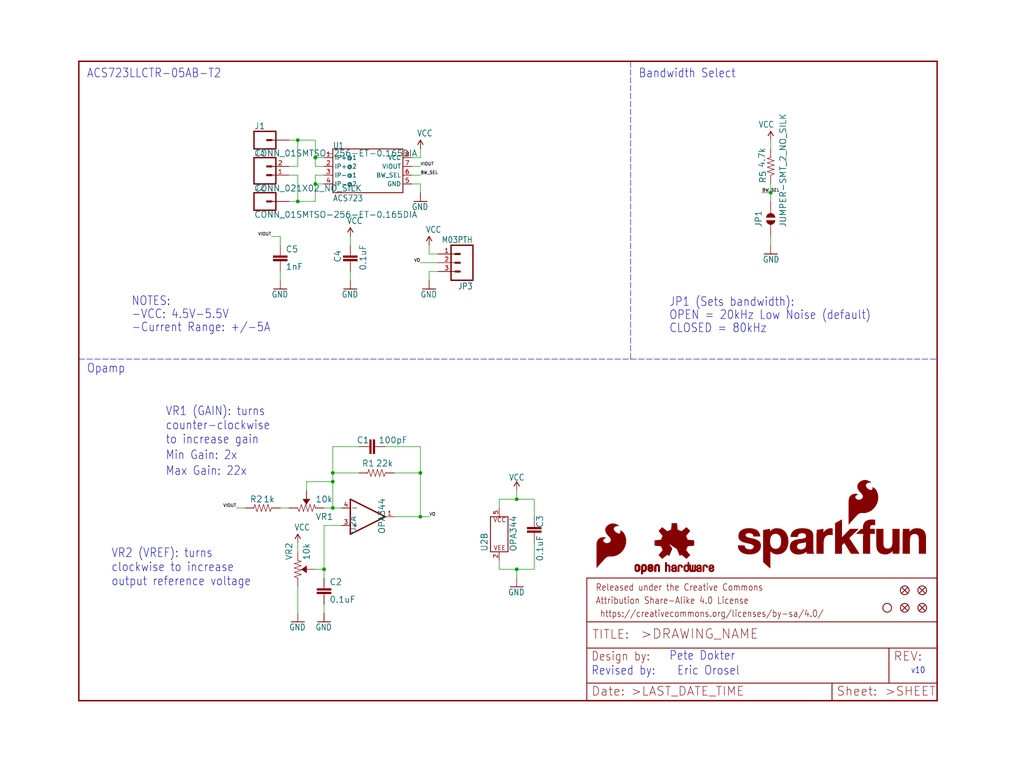
<source format=kicad_sch>
(kicad_sch (version 20211123) (generator eeschema)
  (paper "User" 297.002 223.926)
  (lib_symbols
    (symbol "eagleSchem-eagle-import:0.1UF-0603-25V-(+80{slash}-20%)"
      (property "Reference" "C" (at 1.524 2.921 0))
      (property "Value" "0.1UF-0603-25V-(+80{slash}-20%)" (at 1.524 -2.159 0))
      (symbol "0.1UF-0603-25V-(+80{slash}-20%)_1_0"
        (pin passive line (at 0 5.08 270) (length 2.54) (name "1") (number "1"))
        (pin passive line (at 0 -2.54 90) (length 2.54) (name "2") (number "2"))
      )
    )
    (symbol "eagleSchem-eagle-import:1.0NF{slash}1000PF-0603-50V-10%"
      (property "Reference" "C" (at 1.524 2.921 0))
      (property "Value" "1.0NF{slash}1000PF-0603-50V-10%" (at 1.524 -2.159 0))
      (symbol "1.0NF{slash}1000PF-0603-50V-10%_1_0"
        (pin passive line (at 0 5.08 270) (length 2.54) (name "1") (number "1"))
        (pin passive line (at 0 -2.54 90) (length 2.54) (name "2") (number "2"))
      )
    )
    (symbol "eagleSchem-eagle-import:100PF-0603-50V-5%"
      (property "Reference" "C" (at 1.524 2.921 0))
      (property "Value" "100PF-0603-50V-5%" (at 1.524 -2.159 0))
      (symbol "100PF-0603-50V-5%_1_0"
        (pin passive line (at 0 5.08 270) (length 2.54) (name "1") (number "1"))
        (pin passive line (at 0 -2.54 90) (length 2.54) (name "2") (number "2"))
      )
    )
    (symbol "eagleSchem-eagle-import:1KOHM-0603-1{slash}10W-1%"
      (property "Reference" "R" (at 0 1.524 0))
      (property "Value" "1KOHM-0603-1{slash}10W-1%" (at 0 -1.524 0))
      (symbol "1KOHM-0603-1{slash}10W-1%_1_0"
        (pin passive line (at -5.08 0 0) (length 2.54) (name "1") (number "1"))
        (pin passive line (at 5.08 0 180) (length 2.54) (name "2") (number "2"))
      )
    )
    (symbol "eagleSchem-eagle-import:22KOHM-0603-1{slash}10W-1%"
      (property "Reference" "R" (at 0 1.524 0))
      (property "Value" "22KOHM-0603-1{slash}10W-1%" (at 0 -1.524 0))
      (symbol "22KOHM-0603-1{slash}10W-1%_1_0"
        (pin passive line (at -5.08 0 0) (length 2.54) (name "1") (number "1"))
        (pin passive line (at 5.08 0 180) (length 2.54) (name "2") (number "2"))
      )
    )
    (symbol "eagleSchem-eagle-import:4.7KOHM-0603-1{slash}10W-1%"
      (property "Reference" "R" (at 0 1.524 0))
      (property "Value" "4.7KOHM-0603-1{slash}10W-1%" (at 0 -1.524 0))
      (symbol "4.7KOHM-0603-1{slash}10W-1%_1_0"
        (pin passive line (at -5.08 0 0) (length 2.54) (name "1") (number "1"))
        (pin passive line (at 5.08 0 180) (length 2.54) (name "2") (number "2"))
      )
    )
    (symbol "eagleSchem-eagle-import:ACS723"
      (property "Value" "ACS723" (at -10.16 -7.62 0))
      (symbol "ACS723_1_0"
        (pin input line (at -12.7 5.08 0) (length 2.54) (name "IP+@1") (number "1"))
        (pin input line (at -12.7 2.54 0) (length 2.54) (name "IP+@2") (number "2"))
        (pin bidirectional line (at -12.7 0 0) (length 2.54) (name "IP-@1") (number "3"))
        (pin bidirectional line (at -12.7 -2.54 0) (length 2.54) (name "IP-@2") (number "4"))
        (pin bidirectional line (at 12.7 -2.54 180) (length 2.54) (name "GND") (number "5"))
        (pin bidirectional line (at 12.7 0 180) (length 2.54) (name "BW_SEL") (number "6"))
        (pin bidirectional line (at 12.7 2.54 180) (length 2.54) (name "VIOUT") (number "7"))
        (pin bidirectional line (at 12.7 5.08 180) (length 2.54) (name "VCC") (number "8"))
      )
    )
    (symbol "eagleSchem-eagle-import:CONN_01SMTSO-256-ET-0.165DIA"
      (property "Reference" "J" (at -2.54 3.048 0))
      (property "Value" "CONN_01SMTSO-256-ET-0.165DIA" (at -2.54 -4.826 0))
      (symbol "CONN_01SMTSO-256-ET-0.165DIA_1_0"
        (pin passive line (at 7.62 0 180) (length 5.08) (name "1") (number "P$1"))
      )
    )
    (symbol "eagleSchem-eagle-import:CONN_021X02_NO_SILK"
      (property "Reference" "J" (at -2.54 5.588 0))
      (property "Value" "CONN_021X02_NO_SILK" (at -2.54 -4.826 0))
      (symbol "CONN_021X02_NO_SILK_1_0"
        (pin passive line (at 7.62 0 180) (length 5.08) (name "1") (number "1"))
        (pin passive line (at 7.62 2.54 180) (length 5.08) (name "2") (number "2"))
      )
    )
    (symbol "eagleSchem-eagle-import:FIDUCIAL1X2")
    (symbol "eagleSchem-eagle-import:FRAME-LETTER"
      (symbol "FRAME-LETTER_2_0"
        (text " https://creativecommons.org/licenses/by-sa/4.0/" (at 2.54 24.13 0) (effects (font (size 1.9304 1.6408)) (justify left bottom)))
        (text ">DRAWING_NAME" (at 15.494 17.78 0) (effects (font (size 2.7432 2.7432)) (justify left bottom)))
        (text ">LAST_DATE_TIME" (at 12.7 1.27 0) (effects (font (size 2.54 2.54)) (justify left bottom)))
        (text ">SHEET" (at 86.36 1.27 0) (effects (font (size 2.54 2.54)) (justify left bottom)))
        (text "Attribution Share-Alike 4.0 License" (at 2.54 27.94 0) (effects (font (size 1.9304 1.6408)) (justify left bottom)))
        (text "Date:" (at 1.27 1.27 0) (effects (font (size 2.54 2.54)) (justify left bottom)))
        (text "Design by:" (at 1.27 11.43 0) (effects (font (size 2.54 2.159)) (justify left bottom)))
        (text "Released under the Creative Commons" (at 2.54 31.75 0) (effects (font (size 1.9304 1.6408)) (justify left bottom)))
        (text "REV:" (at 88.9 11.43 0) (effects (font (size 2.54 2.54)) (justify left bottom)))
        (text "Sheet:" (at 72.39 1.27 0) (effects (font (size 2.54 2.54)) (justify left bottom)))
        (text "TITLE:" (at 1.524 17.78 0) (effects (font (size 2.54 2.54)) (justify left bottom)))
      )
    )
    (symbol "eagleSchem-eagle-import:GND" (power)
      (property "Value" "GND" (at -2.54 -2.54 0))
      (symbol "GND_1_0"
        (pin power_in line (at 0 2.54 270) (length 2.54) (name "GND") (number "1"))
      )
    )
    (symbol "eagleSchem-eagle-import:JUMPER-SMT_2_NO_SILK"
      (property "Reference" "JP" (at -2.54 2.54 0))
      (property "Value" "JUMPER-SMT_2_NO_SILK" (at -2.54 -2.54 0))
      (symbol "JUMPER-SMT_2_NO_SILK_1_0"
        (pin passive line (at -5.08 0 0) (length 2.54) (name "1") (number "1"))
        (pin passive line (at 5.08 0 180) (length 2.54) (name "2") (number "2"))
      )
    )
    (symbol "eagleSchem-eagle-import:M03PTH"
      (property "Reference" "JP" (at -2.54 5.842 0))
      (property "Value" "M03PTH" (at -2.54 -7.62 0))
      (symbol "M03PTH_1_0"
        (pin passive line (at 7.62 -2.54 180) (length 5.08) (name "1") (number "1"))
        (pin passive line (at 7.62 0 180) (length 5.08) (name "2") (number "2"))
        (pin passive line (at 7.62 2.54 180) (length 5.08) (name "3") (number "3"))
      )
    )
    (symbol "eagleSchem-eagle-import:OPA344"
      (property "Value" "OPA344" (at 5.08 -5.08 90))
      (symbol "OPA344_1_0"
        (pin output line (at 7.62 0 180) (length 2.54) (name "OUT") (number "1"))
        (pin input line (at -7.62 -2.54 0) (length 2.54) (name "+IN") (number "3"))
        (pin input line (at -7.62 2.54 0) (length 2.54) (name "-IN") (number "4"))
      )
      (symbol "OPA344_2_0"
        (text "VCC" (at 0.127 3.429 0) (effects (font (size 1.27 1.27)) (justify bottom)))
        (text "VEE" (at 0.127 -4.699 0) (effects (font (size 1.27 1.27)) (justify bottom)))
        (pin bidirectional line (at 0 -7.62 90) (length 2.54) (name "P$V-") (number "2"))
        (pin bidirectional line (at 0 7.62 270) (length 2.54) (name "P$V+") (number "5"))
      )
    )
    (symbol "eagleSchem-eagle-import:OSHW-LOGOS")
    (symbol "eagleSchem-eagle-import:SFE_LOGO_FLAME.1_INCH")
    (symbol "eagleSchem-eagle-import:SFE_LOGO_NAME_FLAME.1_INCH")
    (symbol "eagleSchem-eagle-import:STAND-OFFTIGHT")
    (symbol "eagleSchem-eagle-import:TRIMPOT-SMD-3MM-OPEN-1{slash}10W-25%"
      (property "Reference" "VR" (at -1.524 2.54 90))
      (property "Value" "TRIMPOT-SMD-3MM-OPEN-1{slash}10W-25%" (at 1.524 2.54 90))
      (symbol "TRIMPOT-SMD-3MM-OPEN-1{slash}10W-25%_1_0"
        (pin passive line (at 0 -5.08 90) (length 2.54) (name "CW") (number "1"))
        (pin passive line (at 5.08 0 180) (length 2.54) (name "WIPER") (number "2"))
        (pin passive line (at 0 5.08 270) (length 2.54) (name "CCW") (number "3"))
      )
    )
    (symbol "eagleSchem-eagle-import:VCC" (power)
      (property "Value" "VCC" (at 0 2.794 0))
      (symbol "VCC_1_0"
        (pin power_in line (at 0 0 90) (length 2.54) (name "VCC") (number "1"))
      )
    )
  )
  (junction (at 91.44 45.72))
  (junction (at 96.52 137.16))
  (junction (at 96.52 139.7))
  (junction (at 223.52 55.88))
  (junction (at 121.92 149.86))
  (junction (at 121.92 137.16))
  (junction (at 96.52 147.32))
  (junction (at 86.36 40.64))
  (junction (at 93.98 165.1))
  (junction (at 91.44 53.34))
  (junction (at 149.86 165.1))
  (junction (at 86.36 58.42))
  (junction (at 149.86 144.78))
  (wire (pts (xy 91.44 45.72) (xy 91.44 48.26)))
  (wire (pts (xy 124.46 81.28) (xy 124.46 78.74)))
  (wire (pts (xy 144.78 162.56) (xy 144.78 165.1)))
  (wire (pts (xy 223.52 55.88) (xy 223.52 58.42)))
  (wire (pts (xy 223.52 43.18) (xy 223.52 40.64)))
  (wire (pts (xy 124.46 73.66) (xy 124.46 71.12)))
  (wire (pts (xy 121.92 53.34) (xy 119.38 53.34)))
  (wire (pts (xy 81.28 71.12) (xy 81.28 68.58)))
  (wire (pts (xy 88.9 142.24) (xy 88.9 139.7)))
  (wire (pts (xy 121.92 76.2) (xy 127 76.2)))
  (wire (pts (xy 93.98 152.4) (xy 99.06 152.4)))
  (wire (pts (xy 114.3 137.16) (xy 121.92 137.16)))
  (wire (pts (xy 91.44 165.1) (xy 93.98 165.1)))
  (wire (pts (xy 83.82 50.8) (xy 86.36 50.8)))
  (wire (pts (xy 93.98 53.34) (xy 91.44 53.34)))
  (wire (pts (xy 83.82 48.26) (xy 86.36 48.26)))
  (wire (pts (xy 104.14 137.16) (xy 96.52 137.16)))
  (wire (pts (xy 91.44 40.64) (xy 91.44 45.72)))
  (wire (pts (xy 93.98 167.64) (xy 93.98 165.1)))
  (wire (pts (xy 223.52 55.88) (xy 220.98 55.88)))
  (wire (pts (xy 121.92 149.86) (xy 114.3 149.86)))
  (wire (pts (xy 93.98 50.8) (xy 91.44 50.8)))
  (polyline (pts (xy 182.88 104.14) (xy 182.88 17.78)))
  (wire (pts (xy 81.28 68.58) (xy 78.74 68.58)))
  (wire (pts (xy 121.92 55.88) (xy 121.92 53.34)))
  (wire (pts (xy 104.14 129.54) (xy 96.52 129.54)))
  (wire (pts (xy 91.44 48.26) (xy 93.98 48.26)))
  (wire (pts (xy 121.92 45.72) (xy 119.38 45.72)))
  (wire (pts (xy 154.94 144.78) (xy 149.86 144.78)))
  (wire (pts (xy 86.36 58.42) (xy 83.82 58.42)))
  (wire (pts (xy 88.9 139.7) (xy 96.52 139.7)))
  (wire (pts (xy 96.52 129.54) (xy 96.52 137.16)))
  (wire (pts (xy 121.92 137.16) (xy 121.92 149.86)))
  (wire (pts (xy 93.98 147.32) (xy 96.52 147.32)))
  (wire (pts (xy 121.92 149.86) (xy 124.46 149.86)))
  (wire (pts (xy 149.86 165.1) (xy 154.94 165.1)))
  (wire (pts (xy 121.92 45.72) (xy 121.92 43.18)))
  (wire (pts (xy 101.6 71.12) (xy 101.6 68.58)))
  (wire (pts (xy 93.98 175.26) (xy 93.98 177.8)))
  (wire (pts (xy 83.82 40.64) (xy 86.36 40.64)))
  (polyline (pts (xy 182.88 104.14) (xy 271.78 104.14)))
  (wire (pts (xy 223.52 71.12) (xy 223.52 68.58)))
  (wire (pts (xy 86.36 40.64) (xy 91.44 40.64)))
  (wire (pts (xy 121.92 129.54) (xy 121.92 137.16)))
  (wire (pts (xy 86.36 48.26) (xy 86.36 40.64)))
  (wire (pts (xy 86.36 160.02) (xy 86.36 157.48)))
  (wire (pts (xy 71.12 147.32) (xy 68.58 147.32)))
  (wire (pts (xy 119.38 48.26) (xy 121.92 48.26)))
  (wire (pts (xy 223.52 53.34) (xy 223.52 55.88)))
  (wire (pts (xy 86.36 50.8) (xy 86.36 58.42)))
  (wire (pts (xy 91.44 53.34) (xy 91.44 58.42)))
  (wire (pts (xy 144.78 147.32) (xy 144.78 144.78)))
  (wire (pts (xy 127 73.66) (xy 124.46 73.66)))
  (wire (pts (xy 86.36 170.18) (xy 86.36 177.8)))
  (wire (pts (xy 96.52 139.7) (xy 96.52 147.32)))
  (wire (pts (xy 154.94 165.1) (xy 154.94 157.48)))
  (wire (pts (xy 93.98 45.72) (xy 91.44 45.72)))
  (polyline (pts (xy 22.86 104.14) (xy 182.88 104.14)))
  (wire (pts (xy 81.28 81.28) (xy 81.28 78.74)))
  (wire (pts (xy 154.94 149.86) (xy 154.94 144.78)))
  (wire (pts (xy 124.46 78.74) (xy 127 78.74)))
  (wire (pts (xy 91.44 58.42) (xy 86.36 58.42)))
  (wire (pts (xy 81.28 147.32) (xy 83.82 147.32)))
  (wire (pts (xy 91.44 50.8) (xy 91.44 53.34)))
  (wire (pts (xy 111.76 129.54) (xy 121.92 129.54)))
  (wire (pts (xy 96.52 147.32) (xy 99.06 147.32)))
  (wire (pts (xy 101.6 81.28) (xy 101.6 78.74)))
  (wire (pts (xy 149.86 165.1) (xy 149.86 167.64)))
  (wire (pts (xy 119.38 50.8) (xy 121.92 50.8)))
  (wire (pts (xy 93.98 165.1) (xy 93.98 152.4)))
  (wire (pts (xy 96.52 137.16) (xy 96.52 139.7)))
  (wire (pts (xy 149.86 144.78) (xy 144.78 144.78)))
  (wire (pts (xy 149.86 142.24) (xy 149.86 144.78)))
  (wire (pts (xy 144.78 165.1) (xy 149.86 165.1)))
  (text "Max Gain: 22x" (at 48.006 138.176 180) (effects (font (size 2.54 2.159)) (justify left bottom)))
  (text "Revised by:" (at 171.45 196.088 180) (effects (font (size 2.54 2.159)) (justify left bottom)))
  (text "Pete Dokter" (at 194.056 191.77 180) (effects (font (size 2.54 2.159)) (justify left bottom)))
  (text "ACS723LLCTR-05AB-T2" (at 25.146 22.86 180) (effects (font (size 2.54 2.159)) (justify left bottom)))
  (text "Min Gain: 2x" (at 48.006 133.604 180) (effects (font (size 2.54 2.159)) (justify left bottom)))
  (text "Opamp" (at 25.146 108.458 180) (effects (font (size 2.54 2.159)) (justify left bottom)))
  (text "Bandwidth Select" (at 185.166 22.86 180) (effects (font (size 2.54 2.159)) (justify left bottom)))
  (text "CLOSED = 80kHz" (at 194.056 96.774 180) (effects (font (size 2.54 2.159)) (justify left bottom)))
  (text "NOTES:" (at 38.1 88.9 180) (effects (font (size 2.54 2.159)) (justify left bottom)))
  (text "v10" (at 264.16 195.58 180) (effects (font (size 1.778 1.5113)) (justify left bottom)))
  (text "JP1 (Sets bandwidth):" (at 194.056 89.154 180) (effects (font (size 2.54 2.159)) (justify left bottom)))
  (text "Eric Orosel" (at 196.342 196.088 180) (effects (font (size 2.54 2.159)) (justify left bottom)))
  (text "-Current Range: +/-5A" (at 38.1 96.52 180) (effects (font (size 2.54 2.159)) (justify left bottom)))
  (text "-VCC: 4.5V-5.5V" (at 38.1 92.71 180) (effects (font (size 2.54 2.159)) (justify left bottom)))
  (text "VR2 (VREF): turns\nclockwise to increase\noutput reference voltage" (at 32.258 170.18 0) (effects (font (size 2.54 2.159)) (justify left bottom)))
  (text "VR1 (GAIN): turns\ncounter-clockwise\nto increase gain" (at 48.006 129.032 0) (effects (font (size 2.54 2.159)) (justify left bottom)))
  (text "OPEN = 20kHz Low Noise (default)" (at 194.056 92.964 180) (effects (font (size 2.54 2.159)) (justify left bottom)))
  (label "VO" (at 124.46 149.86 0) (effects (font (size 0.889 0.889))))
  (label "VO" (at 121.92 76.2 180) (effects (font (size 0.889 0.889))))
  (label "VIOUT" (at 78.74 68.58 180) (effects (font (size 0.889 0.889))))
  (label "BW_SEL" (at 220.98 55.88 0) (effects (font (size 0.889 0.889))))
  (label "VIOUT" (at 121.92 48.26 0) (effects (font (size 0.889 0.889))))
  (label "BW_SEL" (at 121.92 50.8 0) (effects (font (size 0.889 0.889))))
  (label "VIOUT" (at 68.58 147.32 180) (effects (font (size 0.889 0.889))))
  (symbol (lib_id "eagleSchem-eagle-import:GND") (at 86.36 180.34 0) (unit 1)
    (property "Reference" "#GND5" (effects hide))
    (property "Value" "GND" (at 83.82 182.88 0) (effects (font (size 1.778 1.5113)) (justify left bottom)))
    (property "Footprint" "eagleSchem:" (effects hide))
  )
  (symbol (lib_id "eagleSchem-eagle-import:GND") (at 124.46 83.82 0) (unit 1)
    (property "Reference" "#GND1" (effects hide))
    (property "Value" "GND" (at 121.92 86.36 0) (effects (font (size 1.778 1.5113)) (justify left bottom)))
    (property "Footprint" "eagleSchem:" (effects hide))
  )
  (symbol (lib_id "eagleSchem-eagle-import:ACS723") (at 106.68 50.8 0) (unit 1)
    (property "Reference" "U1" (at 96.52 43.18 0) (effects (font (size 1.778 1.5113)) (justify left bottom)))
    (property "Value" "ACS723" (at 96.52 58.42 0) (effects (font (size 1.778 1.5113)) (justify left bottom)))
    (property "Footprint" "eagleSchem:SO08" (effects hide))
  )
  (symbol (lib_id "eagleSchem-eagle-import:VCC") (at 223.52 40.64 0) (mirror y) (unit 1)
    (property "Reference" "#U$1" (effects hide))
    (property "Value" "VCC" (at 224.536 37.084 0) (effects (font (size 1.778 1.5113)) (justify left bottom)))
    (property "Footprint" "eagleSchem:" (effects hide))
  )
  (symbol (lib_id "eagleSchem-eagle-import:GND") (at 223.52 73.66 0) (mirror y) (unit 1)
    (property "Reference" "#GND8" (effects hide))
    (property "Value" "GND" (at 226.06 76.2 0) (effects (font (size 1.778 1.5113)) (justify left bottom)))
    (property "Footprint" "eagleSchem:" (effects hide))
  )
  (symbol (lib_id "eagleSchem-eagle-import:SFE_LOGO_NAME_FLAME.1_INCH") (at 213.36 165.1 0) (unit 1)
    (property "Reference" "LOGO1" (effects hide))
    (property "Value" "SFE_LOGO_NAME_FLAME.1_INCH" (effects hide))
    (property "Footprint" "eagleSchem:SFE_LOGO_NAME_FLAME_.1" (effects hide))
  )
  (symbol (lib_id "eagleSchem-eagle-import:CONN_021X02_NO_SILK") (at 76.2 50.8 0) (unit 1)
    (property "Reference" "J3" (at 73.66 45.212 0) (effects (font (size 1.778 1.778)) (justify left bottom)))
    (property "Value" "CONN_021X02_NO_SILK" (at 73.66 55.626 0) (effects (font (size 1.778 1.778)) (justify left bottom)))
    (property "Footprint" "eagleSchem:1X02_NO_SILK" (effects hide))
  )
  (symbol (lib_id "eagleSchem-eagle-import:JUMPER-SMT_2_NO_SILK") (at 223.52 63.5 90) (unit 1)
    (property "Reference" "JP1" (at 220.98 66.04 0) (effects (font (size 1.778 1.778)) (justify left bottom)))
    (property "Value" "JUMPER-SMT_2_NO_SILK" (at 226.06 66.04 0) (effects (font (size 1.778 1.778)) (justify left top)))
    (property "Footprint" "eagleSchem:SMT-JUMPER_2_NO_SILK" (effects hide))
  )
  (symbol (lib_id "eagleSchem-eagle-import:M03PTH") (at 134.62 76.2 180) (unit 1)
    (property "Reference" "JP3" (at 137.16 82.042 0) (effects (font (size 1.778 1.5113)) (justify left bottom)))
    (property "Value" "M03PTH" (at 137.16 68.58 0) (effects (font (size 1.778 1.5113)) (justify left bottom)))
    (property "Footprint" "eagleSchem:1X03" (effects hide))
  )
  (symbol (lib_id "eagleSchem-eagle-import:GND") (at 149.86 170.18 0) (unit 1)
    (property "Reference" "#GND9" (effects hide))
    (property "Value" "GND" (at 147.32 172.72 0) (effects (font (size 1.778 1.5113)) (justify left bottom)))
    (property "Footprint" "eagleSchem:" (effects hide))
  )
  (symbol (lib_id "eagleSchem-eagle-import:GND") (at 81.28 83.82 0) (unit 1)
    (property "Reference" "#GND2" (effects hide))
    (property "Value" "GND" (at 78.74 86.36 0) (effects (font (size 1.778 1.5113)) (justify left bottom)))
    (property "Footprint" "eagleSchem:" (effects hide))
  )
  (symbol (lib_id "eagleSchem-eagle-import:0.1UF-0603-25V-(+80{slash}-20%)") (at 101.6 73.66 180) (unit 1)
    (property "Reference" "C4" (at 98.933 76.2 90) (effects (font (size 1.778 1.778)) (justify right top)))
    (property "Value" "0.1uF" (at 104.267 70.866 90) (effects (font (size 1.778 1.778)) (justify left bottom)))
    (property "Footprint" "eagleSchem:0603" (effects hide))
  )
  (symbol (lib_id "eagleSchem-eagle-import:OPA344") (at 144.78 154.94 0) (unit 2)
    (property "Reference" "U2" (at 141.478 160.02 90) (effects (font (size 1.778 1.778)) (justify left bottom)))
    (property "Value" "OPA344" (at 149.86 160.02 90) (effects (font (size 1.778 1.778)) (justify left bottom)))
    (property "Footprint" "eagleSchem:SOT23-5" (effects hide))
  )
  (symbol (lib_id "eagleSchem-eagle-import:GND") (at 121.92 58.42 0) (unit 1)
    (property "Reference" "#GND7" (effects hide))
    (property "Value" "GND" (at 119.38 60.96 0) (effects (font (size 1.778 1.5113)) (justify left bottom)))
    (property "Footprint" "eagleSchem:" (effects hide))
  )
  (symbol (lib_id "eagleSchem-eagle-import:VCC") (at 149.86 142.24 0) (unit 1)
    (property "Reference" "#U$7" (effects hide))
    (property "Value" "VCC" (at 149.86 139.446 0) (effects (font (size 1.778 1.5113)) (justify bottom)))
    (property "Footprint" "eagleSchem:" (effects hide))
  )
  (symbol (lib_id "eagleSchem-eagle-import:VCC") (at 124.46 71.12 0) (unit 1)
    (property "Reference" "#U$5" (effects hide))
    (property "Value" "VCC" (at 123.444 67.564 0) (effects (font (size 1.778 1.5113)) (justify left bottom)))
    (property "Footprint" "eagleSchem:" (effects hide))
  )
  (symbol (lib_id "eagleSchem-eagle-import:TRIMPOT-SMD-3MM-OPEN-1{slash}10W-25%") (at 86.36 165.1 0) (unit 1)
    (property "Reference" "VR2" (at 84.836 162.56 90) (effects (font (size 1.778 1.778)) (justify left bottom)))
    (property "Value" "10k" (at 87.884 162.56 90) (effects (font (size 1.778 1.778)) (justify left top)))
    (property "Footprint" "eagleSchem:TRIMPOT-SMD-TC33X" (effects hide))
  )
  (symbol (lib_id "eagleSchem-eagle-import:TRIMPOT-SMD-3MM-OPEN-1{slash}10W-25%") (at 88.9 147.32 270) (mirror x) (unit 1)
    (property "Reference" "VR1" (at 91.44 148.844 90) (effects (font (size 1.778 1.778)) (justify left bottom)))
    (property "Value" "10k" (at 91.44 145.796 90) (effects (font (size 1.778 1.778)) (justify left top)))
    (property "Footprint" "eagleSchem:TRIMPOT-SMD-TC33X" (effects hide))
  )
  (symbol (lib_id "eagleSchem-eagle-import:VCC") (at 121.92 43.18 0) (unit 1)
    (property "Reference" "#U$6" (effects hide))
    (property "Value" "VCC" (at 120.904 39.624 0) (effects (font (size 1.778 1.5113)) (justify left bottom)))
    (property "Footprint" "eagleSchem:" (effects hide))
  )
  (symbol (lib_id "eagleSchem-eagle-import:CONN_01SMTSO-256-ET-0.165DIA") (at 76.2 58.42 0) (unit 1)
    (property "Reference" "J2" (at 73.66 55.372 0) (effects (font (size 1.778 1.778)) (justify left bottom)))
    (property "Value" "CONN_01SMTSO-256-ET-0.165DIA" (at 73.66 63.246 0) (effects (font (size 1.778 1.778)) (justify left bottom)))
    (property "Footprint" "eagleSchem:SMTSO-256-ET-0.165DIA" (effects hide))
  )
  (symbol (lib_id "eagleSchem-eagle-import:1KOHM-0603-1{slash}10W-1%") (at 76.2 147.32 180) (unit 1)
    (property "Reference" "R2" (at 76.2 143.7386 0) (effects (font (size 1.778 1.778)) (justify left bottom)))
    (property "Value" "1k" (at 79.756 143.764 0) (effects (font (size 1.778 1.778)) (justify left bottom)))
    (property "Footprint" "eagleSchem:0603" (effects hide))
  )
  (symbol (lib_id "eagleSchem-eagle-import:VCC") (at 86.36 157.48 0) (unit 1)
    (property "Reference" "#U$8" (effects hide))
    (property "Value" "VCC" (at 85.344 153.924 0) (effects (font (size 1.778 1.5113)) (justify left bottom)))
    (property "Footprint" "eagleSchem:" (effects hide))
  )
  (symbol (lib_id "eagleSchem-eagle-import:FIDUCIAL1X2") (at 267.462 176.276 0) (unit 1)
    (property "Reference" "FD1" (effects hide))
    (property "Value" "FIDUCIAL1X2" (effects hide))
    (property "Footprint" "eagleSchem:FIDUCIAL-1X2" (effects hide))
  )
  (symbol (lib_id "eagleSchem-eagle-import:OSHW-LOGOS") (at 195.58 157.48 0) (unit 1)
    (property "Reference" "LOGO2" (effects hide))
    (property "Value" "OSHW-LOGOS" (effects hide))
    (property "Footprint" "eagleSchem:OSHW-LOGO-S" (effects hide))
  )
  (symbol (lib_id "eagleSchem-eagle-import:FIDUCIAL1X2") (at 262.382 176.276 0) (unit 1)
    (property "Reference" "FD2" (effects hide))
    (property "Value" "FIDUCIAL1X2" (effects hide))
    (property "Footprint" "eagleSchem:FIDUCIAL-1X2" (effects hide))
  )
  (symbol (lib_id "eagleSchem-eagle-import:22KOHM-0603-1{slash}10W-1%") (at 109.22 137.16 180) (unit 1)
    (property "Reference" "R1" (at 104.902 135.4074 0) (effects (font (size 1.778 1.778)) (justify right top)))
    (property "Value" "22k" (at 108.966 135.382 0) (effects (font (size 1.778 1.778)) (justify right top)))
    (property "Footprint" "eagleSchem:0603" (effects hide))
  )
  (symbol (lib_id "eagleSchem-eagle-import:FIDUCIAL1X2") (at 267.462 171.196 0) (unit 1)
    (property "Reference" "FD4" (effects hide))
    (property "Value" "FIDUCIAL1X2" (effects hide))
    (property "Footprint" "eagleSchem:FIDUCIAL-1X2" (effects hide))
  )
  (symbol (lib_id "eagleSchem-eagle-import:CONN_01SMTSO-256-ET-0.165DIA") (at 76.2 40.64 0) (unit 1)
    (property "Reference" "J1" (at 73.66 37.592 0) (effects (font (size 1.778 1.778)) (justify left bottom)))
    (property "Value" "CONN_01SMTSO-256-ET-0.165DIA" (at 73.66 45.466 0) (effects (font (size 1.778 1.778)) (justify left bottom)))
    (property "Footprint" "eagleSchem:SMTSO-256-ET-0.165DIA" (effects hide))
  )
  (symbol (lib_id "eagleSchem-eagle-import:0.1UF-0603-25V-(+80{slash}-20%)") (at 93.98 172.72 0) (unit 1)
    (property "Reference" "C2" (at 95.504 169.799 0) (effects (font (size 1.778 1.778)) (justify left bottom)))
    (property "Value" "0.1uF" (at 95.504 174.879 0) (effects (font (size 1.778 1.778)) (justify left bottom)))
    (property "Footprint" "eagleSchem:0603" (effects hide))
  )
  (symbol (lib_id "eagleSchem-eagle-import:4.7KOHM-0603-1{slash}10W-1%") (at 223.52 48.26 270) (mirror x) (unit 1)
    (property "Reference" "R5" (at 220.218 51.308 0) (effects (font (size 1.778 1.778)) (justify bottom)))
    (property "Value" "4.7k" (at 221.996 45.72 0) (effects (font (size 1.778 1.778)) (justify top)))
    (property "Footprint" "eagleSchem:0603" (effects hide))
  )
  (symbol (lib_id "eagleSchem-eagle-import:FRAME-LETTER") (at 22.86 203.2 0) (unit 1)
    (property "Reference" "FRAME1" (effects hide))
    (property "Value" "FRAME-LETTER" (effects hide))
    (property "Footprint" "eagleSchem:CREATIVE_COMMONS" (effects hide))
  )
  (symbol (lib_id "eagleSchem-eagle-import:GND") (at 93.98 180.34 0) (unit 1)
    (property "Reference" "#GND4" (effects hide))
    (property "Value" "GND" (at 91.44 182.88 0) (effects (font (size 1.778 1.5113)) (justify left bottom)))
    (property "Footprint" "eagleSchem:" (effects hide))
  )
  (symbol (lib_id "eagleSchem-eagle-import:100PF-0603-50V-5%") (at 106.68 129.54 270) (unit 1)
    (property "Reference" "C1" (at 103.378 128.651 90) (effects (font (size 1.778 1.778)) (justify left bottom)))
    (property "Value" "100pF" (at 109.728 128.651 90) (effects (font (size 1.778 1.778)) (justify left bottom)))
    (property "Footprint" "eagleSchem:0603" (effects hide))
  )
  (symbol (lib_id "eagleSchem-eagle-import:OPA344") (at 106.68 149.86 0) (unit 1)
    (property "Reference" "U2" (at 103.378 154.94 90) (effects (font (size 1.778 1.778)) (justify left bottom)))
    (property "Value" "OPA344" (at 111.76 154.94 90) (effects (font (size 1.778 1.778)) (justify left bottom)))
    (property "Footprint" "eagleSchem:SOT23-5" (effects hide))
  )
  (symbol (lib_id "eagleSchem-eagle-import:SFE_LOGO_FLAME.1_INCH") (at 172.72 165.1 0) (unit 1)
    (property "Reference" "LOGO3" (effects hide))
    (property "Value" "SFE_LOGO_FLAME.1_INCH" (effects hide))
    (property "Footprint" "eagleSchem:SFE_LOGO_FLAME_.1" (effects hide))
  )
  (symbol (lib_id "eagleSchem-eagle-import:1.0NF{slash}1000PF-0603-50V-10%") (at 81.28 76.2 0) (unit 1)
    (property "Reference" "C5" (at 82.804 73.279 0) (effects (font (size 1.778 1.778)) (justify left bottom)))
    (property "Value" "1nF" (at 82.804 78.359 0) (effects (font (size 1.778 1.778)) (justify left bottom)))
    (property "Footprint" "eagleSchem:0603" (effects hide))
  )
  (symbol (lib_id "eagleSchem-eagle-import:FRAME-LETTER") (at 170.18 203.2 0) (unit 2)
    (property "Reference" "FRAME1" (effects hide))
    (property "Value" "FRAME-LETTER" (effects hide))
    (property "Footprint" "eagleSchem:CREATIVE_COMMONS" (effects hide))
  )
  (symbol (lib_id "eagleSchem-eagle-import:0.1UF-0603-25V-(+80{slash}-20%)") (at 154.94 154.94 0) (unit 1)
    (property "Reference" "C3" (at 155.575 149.352 90) (effects (font (size 1.778 1.778)) (justify right top)))
    (property "Value" "0.1uF" (at 155.575 155.194 90) (effects (font (size 1.778 1.778)) (justify right top)))
    (property "Footprint" "eagleSchem:0603" (effects hide))
  )
  (symbol (lib_id "eagleSchem-eagle-import:GND") (at 101.6 83.82 0) (unit 1)
    (property "Reference" "#GND6" (effects hide))
    (property "Value" "GND" (at 99.06 86.36 0) (effects (font (size 1.778 1.5113)) (justify left bottom)))
    (property "Footprint" "eagleSchem:" (effects hide))
  )
  (symbol (lib_id "eagleSchem-eagle-import:FIDUCIAL1X2") (at 262.382 171.196 0) (unit 1)
    (property "Reference" "FD3" (effects hide))
    (property "Value" "FIDUCIAL1X2" (effects hide))
    (property "Footprint" "eagleSchem:FIDUCIAL-1X2" (effects hide))
  )
  (symbol (lib_id "eagleSchem-eagle-import:STAND-OFFTIGHT") (at 257.302 176.276 0) (unit 1)
    (property "Reference" "H1" (effects hide))
    (property "Value" "STAND-OFFTIGHT" (effects hide))
    (property "Footprint" "eagleSchem:STAND-OFF-TIGHT" (effects hide))
  )
  (symbol (lib_id "eagleSchem-eagle-import:VCC") (at 101.6 68.58 0) (unit 1)
    (property "Reference" "#U$2" (effects hide))
    (property "Value" "VCC" (at 100.584 65.024 0) (effects (font (size 1.778 1.5113)) (justify left bottom)))
    (property "Footprint" "eagleSchem:" (effects hide))
  )
)
</source>
